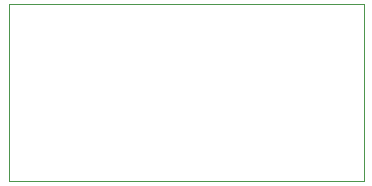
<source format=gbr>
G04 #@! TF.GenerationSoftware,KiCad,Pcbnew,6.0.7-f9a2dced07~116~ubuntu20.04.1*
G04 #@! TF.CreationDate,2022-08-18T11:56:11-05:00*
G04 #@! TF.ProjectId,2x5-1-27-to-2x5-2-54,3278352d-312d-4323-972d-746f2d327835,rev?*
G04 #@! TF.SameCoordinates,Original*
G04 #@! TF.FileFunction,Profile,NP*
%FSLAX46Y46*%
G04 Gerber Fmt 4.6, Leading zero omitted, Abs format (unit mm)*
G04 Created by KiCad (PCBNEW 6.0.7-f9a2dced07~116~ubuntu20.04.1) date 2022-08-18 11:56:11*
%MOMM*%
%LPD*%
G01*
G04 APERTURE LIST*
G04 #@! TA.AperFunction,Profile*
%ADD10C,0.050000*%
G04 #@! TD*
G04 APERTURE END LIST*
D10*
X100000000Y-100000000D02*
X130000000Y-100000000D01*
X130000000Y-100000000D02*
X130000000Y-115000000D01*
X100000000Y-115000000D02*
X130000000Y-115000000D01*
X100000000Y-100000000D02*
X100000000Y-115000000D01*
M02*

</source>
